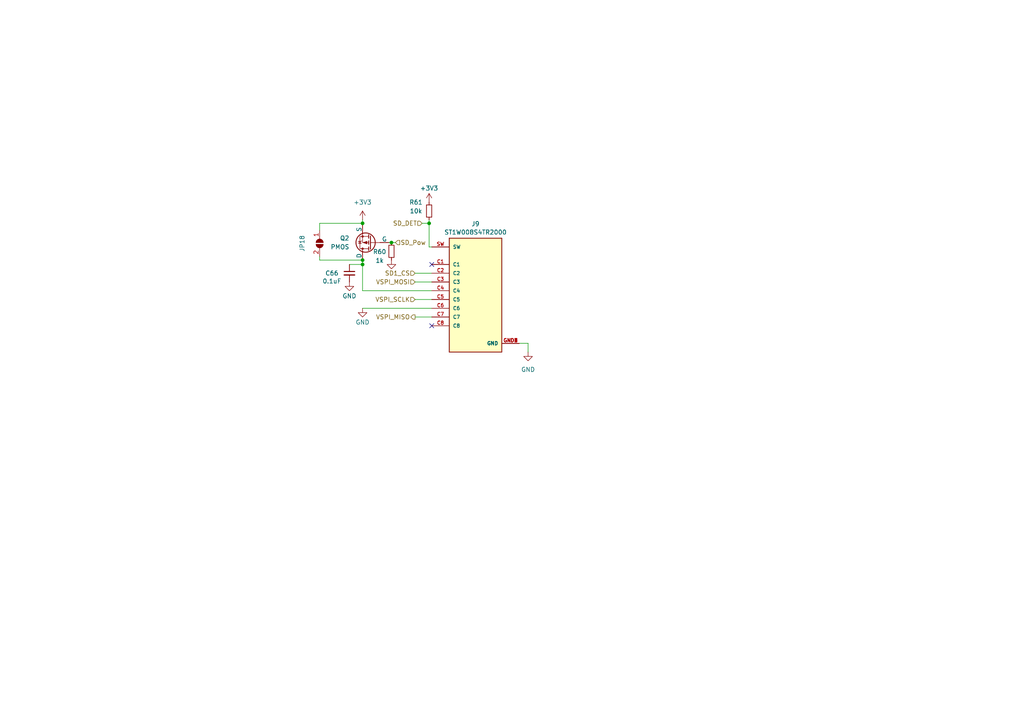
<source format=kicad_sch>
(kicad_sch (version 20250114) (generator "eeschema") (generator_version "9.0")
  (paper "A4")
  (lib_symbols
    (symbol "Device:C_Small" (pin_numbers (hide yes)) (pin_names (offset 0.254) (hide yes))
      (property "Reference" "C" (at 0.254 1.778 0))
      (property "Value" "C_Small" (at 0.254 -2.032 0))
      (symbol "C_Small_0_1"
        (polyline (pts (xy -1.524 0.508) (xy 1.524 0.508)) (stroke (width 0.3048)))
        (polyline (pts (xy -1.524 -0.508) (xy 1.524 -0.508)) (stroke (width 0.3302)))
      )
      (symbol "C_Small_1_1"
        (pin passive line (at 0 2.54 270) (length 2.032) (name "~") (number "1"))
        (pin passive line (at 0 -2.54 90) (length 2.032) (name "~") (number "2"))
      )
    )
    (symbol "Device:R_Small" (pin_numbers (hide yes)) (pin_names (offset 0.254) (hide yes))
      (property "Reference" "R" (at 0.762 0.508 0))
      (property "Value" "R_Small" (at 0.762 -1.016 0))
      (symbol "R_Small_0_1"
        (rectangle (start -0.762 1.778) (end 0.762 -1.778) (stroke (width 0.2032)))
      )
      (symbol "R_Small_1_1"
        (pin passive line (at 0 2.54 270) (length 0.762) (name "~") (number "1"))
        (pin passive line (at 0 -2.54 90) (length 0.762) (name "~") (number "2"))
      )
    )
    (symbol "Jumper:SolderJumper_2_Open" (pin_names (offset 0) (hide yes))
      (property "Reference" "JP" (at 0 2.032 0))
      (property "Value" "SolderJumper_2_Open" (at 0 -2.54 0))
      (symbol "SolderJumper_2_Open_0_1"
        (polyline (pts (xy -0.254 1.016) (xy -0.254 -1.016)))
        (arc (start -0.254 -1.016) (mid -1.2656 0) (end -0.254 1.016))
        (arc (start -0.254 -1.016) (mid -1.2656 0) (end -0.254 1.016) (fill (type outline)))
        (arc (start 0.254 1.016) (mid 1.2656 0) (end 0.254 -1.016))
        (arc (start 0.254 1.016) (mid 1.2656 0) (end 0.254 -1.016) (fill (type outline)))
        (polyline (pts (xy 0.254 1.016) (xy 0.254 -1.016)))
      )
      (symbol "SolderJumper_2_Open_1_1"
        (pin passive line (at -3.81 0 0) (length 2.54) (name "A") (number "1"))
        (pin passive line (at 3.81 0 180) (length 2.54) (name "B") (number "2"))
      )
    )
    (symbol "Simulation_SPICE:PMOS" (pin_numbers (hide yes)) (pin_names (offset 0))
      (property "Reference" "Q" (at 5.08 1.27 0))
      (property "Value" "PMOS" (at 5.08 -1.27 0))
      (symbol "PMOS_0_1"
        (polyline (pts (xy 0.254 1.905) (xy 0.254 -1.905)) (stroke (width 0.254)))
        (polyline (pts (xy 0.254 0) (xy -2.54 0)))
        (polyline (pts (xy 0.762 2.286) (xy 0.762 1.27)) (stroke (width 0.254)))
        (polyline (pts (xy 0.762 1.778) (xy 3.302 1.778) (xy 3.302 -1.778) (xy 0.762 -1.778)))
        (polyline (pts (xy 0.762 0.508) (xy 0.762 -0.508)) (stroke (width 0.254)))
        (polyline (pts (xy 0.762 -1.27) (xy 0.762 -2.286)) (stroke (width 0.254)))
        (circle (center 1.651 0) (radius 2.794) (stroke (width 0.254)))
        (polyline (pts (xy 2.286 0) (xy 1.27 0.381) (xy 1.27 -0.381) (xy 2.286 0)) (fill (type outline)))
        (polyline (pts (xy 2.54 2.54) (xy 2.54 1.778)))
        (circle (center 2.54 1.778) (radius 0.254) (fill (type outline)))
        (circle (center 2.54 -1.778) (radius 0.254) (fill (type outline)))
        (polyline (pts (xy 2.54 -2.54) (xy 2.54 0) (xy 0.762 0)))
        (polyline (pts (xy 2.794 -0.508) (xy 2.921 -0.381) (xy 3.683 -0.381) (xy 3.81 -0.254)))
        (polyline (pts (xy 3.302 -0.381) (xy 2.921 0.254) (xy 3.683 0.254) (xy 3.302 -0.381)))
      )
      (symbol "PMOS_1_1"
        (pin input line (at -5.08 0 0) (length 2.54) (name "G") (number "2"))
        (pin passive line (at 2.54 5.08 270) (length 2.54) (name "D") (number "1"))
        (pin passive line (at 2.54 -5.08 90) (length 2.54) (name "S") (number "3"))
      )
    )
    (symbol "iclr:ST1W008S4TR2000" (pin_names (offset 1.016))
      (property "Reference" "J" (at -7.62 16.002 0))
      (property "Value" "ST1W008S4TR2000" (at -7.62 -20.32 0))
      (symbol "ST1W008S4TR2000_0_0"
        (rectangle (start -7.62 -17.78) (end 7.62 15.24) (stroke (width 0.254)) (fill (type background)))
        (pin input line (at -12.7 12.7 0) (length 5.08) (name "SW") (number "SW"))
        (pin passive line (at -12.7 7.62 0) (length 5.08) (name "C1") (number "C1"))
        (pin passive line (at -12.7 5.08 0) (length 5.08) (name "C2") (number "C2"))
        (pin passive line (at -12.7 2.54 0) (length 5.08) (name "C3") (number "C3"))
        (pin passive line (at -12.7 0 0) (length 5.08) (name "C4") (number "C4"))
        (pin passive line (at -12.7 -2.54 0) (length 5.08) (name "C5") (number "C5"))
        (pin passive line (at -12.7 -5.08 0) (length 5.08) (name "C6") (number "C6"))
        (pin passive line (at -12.7 -7.62 0) (length 5.08) (name "C7") (number "C7"))
        (pin passive line (at -12.7 -10.16 0) (length 5.08) (name "C8") (number "C8"))
        (pin power_in line (at 12.7 -15.24 180) (length 5.08) (name "GND") (number "GND1"))
        (pin power_in line (at 12.7 -15.24 180) (length 5.08) (name "GND") (number "GND2"))
        (pin power_in line (at 12.7 -15.24 180) (length 5.08) (name "GND") (number "GND3"))
        (pin power_in line (at 12.7 -15.24 180) (length 5.08) (name "GND") (number "GND4"))
      )
    )
    (symbol "power:+3.3V" (power) (pin_names (offset 0))
      (property "Value" "+3.3V" (at 0 3.556 0))
      (symbol "+3.3V_0_1"
        (polyline (pts (xy -0.762 1.27) (xy 0 2.54)))
        (polyline (pts (xy 0 2.54) (xy 0.762 1.27)))
        (polyline (pts (xy 0 0) (xy 0 2.54)))
      )
      (symbol "+3.3V_1_1"
        (pin power_in line (at 0 0 90) (length 0) (hide yes) (name "+3V3") (number "1"))
      )
    )
    (symbol "power:GND" (power) (pin_names (offset 0))
      (property "Value" "GND" (at 0 -3.81 0))
      (symbol "GND_0_1"
        (polyline (pts (xy 0 0) (xy 0 -1.27) (xy 1.27 -1.27) (xy 0 -2.54) (xy -1.27 -1.27) (xy 0 -1.27)))
      )
      (symbol "GND_1_1"
        (pin power_in line (at 0 0 270) (length 0) (hide yes) (name "GND") (number "1"))
      )
    )
  )
  (junction (at 105.156 64.77))
  (junction (at 105.156 75.438))
  (junction (at 113.538 70.358))
  (junction (at 105.156 76.708))
  (junction (at 124.46 64.77))
  (no_connect (at 125.222 94.488))
  (no_connect (at 125.222 76.708))
  (wire (pts (xy 105.156 64.77) (xy 105.156 65.278)))
  (wire (pts (xy 120.396 79.248) (xy 125.222 79.248)))
  (wire (pts (xy 124.46 63.754) (xy 124.46 64.77)))
  (wire (pts (xy 105.156 75.438) (xy 105.156 76.708)))
  (wire (pts (xy 105.156 75.438) (xy 92.71 75.438)))
  (wire (pts (xy 120.396 81.788) (xy 125.222 81.788)))
  (wire (pts (xy 124.46 71.628) (xy 125.222 71.628)))
  (wire (pts (xy 150.622 99.568) (xy 153.162 99.568)))
  (wire (pts (xy 101.346 76.708) (xy 105.156 76.708)))
  (wire (pts (xy 122.428 64.77) (xy 124.46 64.77)))
  (wire (pts (xy 105.156 84.328) (xy 125.222 84.328)))
  (wire (pts (xy 112.776 70.358) (xy 113.538 70.358)))
  (wire (pts (xy 92.71 64.77) (xy 105.156 64.77)))
  (wire (pts (xy 120.396 91.948) (xy 125.222 91.948)))
  (wire (pts (xy 105.156 76.708) (xy 105.156 84.328)))
  (wire (pts (xy 153.162 99.568) (xy 153.162 102.108)))
  (wire (pts (xy 92.71 75.438) (xy 92.71 74.422)))
  (wire (pts (xy 105.156 89.408) (xy 125.222 89.408)))
  (wire (pts (xy 124.46 64.77) (xy 124.46 71.628)))
  (wire (pts (xy 120.396 86.868) (xy 125.222 86.868)))
  (wire (pts (xy 105.156 63.754) (xy 105.156 64.77)))
  (wire (pts (xy 113.538 70.358) (xy 114.681 70.358)))
  (wire (pts (xy 92.71 66.802) (xy 92.71 64.77)))
  (hierarchical_label "SD1_CS" (shape input) (at 120.396 79.248 180))
  (hierarchical_label "VSPI_SCLK" (shape input) (at 120.396 86.868 180))
  (hierarchical_label "VSPI_MOSI" (shape input) (at 120.396 81.788 180))
  (hierarchical_label "SD_Pow" (shape input) (at 114.681 70.358 0))
  (hierarchical_label "SD_DET" (shape input) (at 122.428 64.77 180))
  (hierarchical_label "VSPI_MISO" (shape output) (at 120.396 91.948 180))
  (symbol (lib_id "Jumper:SolderJumper_2_Open") (at 92.71 70.612 270) (unit 1)
    (property "Reference" "JP18" (at 87.63 70.612 0))
    (property "Value" "SolderJumper_2_Open" (effects (hide yes)))
    (property "Footprint" "iclr:SmallerSolderJP" (effects (hide yes)))
  )
  (symbol (lib_id "Device:C_Small") (at 101.346 79.248 0) (unit 1)
    (property "Reference" "C66" (at 96.266 79.248 0))
    (property "Value" "0.1uF" (at 96.266 81.5594 0))
    (property "Footprint" "Capacitor_SMD:C_0402_1005Metric" (effects (hide yes)))
  )
  (symbol (lib_id "power:GND") (at 105.156 89.408 0) (unit 1)
    (property "Reference" "#PWR0127" (effects (hide yes)))
    (property "Value" "GND" (at 105.156 93.472 0))
  )
  (symbol (lib_id "Simulation_SPICE:PMOS") (at 107.696 70.358 180) (unit 1)
    (property "Reference" "Q2" (at 101.346 69.088 0) (effects (justify left)))
    (property "Value" "PMOS" (at 101.346 71.628 0) (effects (justify left)))
    (property "Footprint" "Package_TO_SOT_SMD:SOT-23" (effects (hide yes)))
    (property "Datasheet" "https://ngspice.sourceforge.io/docs/ngspice-manual.pdf" (effects (hide yes)))
    (property "Sim.Device" "PMOS" (effects (hide yes)))
    (property "Sim.Type" "VDMOS" (effects (hide yes)))
    (property "Sim.Pins" "1=D 2=G 3=S" (effects (hide yes)))
    (property "MPN" " DMP3099L" (effects (hide yes)))
  )
  (symbol (lib_id "power:+3.3V") (at 124.46 58.674 0) (unit 1)
    (property "Reference" "#PWR0129" (effects (hide yes)))
    (property "Value" "+3V3" (at 124.46 54.61 0))
  )
  (symbol (lib_id "power:+3.3V") (at 105.156 63.754 0) (unit 1)
    (property "Reference" "#PWR0126" (effects (hide yes)))
    (property "Value" "+3V3" (at 105.156 58.674 0))
  )
  (symbol (lib_id "Device:R_Small") (at 113.538 72.898 180) (unit 1)
    (property "Reference" "R60" (at 110.109 73.0281 0))
    (property "Value" "1k" (at 110.109 75.565 0))
    (property "Footprint" "Resistor_SMD:R_0402_1005Metric" (effects (hide yes)))
  )
  (symbol (lib_id "Device:R_Small") (at 124.46 61.214 180) (unit 1)
    (property "Reference" "R61" (at 120.65 58.674 0))
    (property "Value" "10k" (at 120.65 61.214 0))
    (property "Footprint" "Resistor_SMD:R_0402_1005Metric" (effects (hide yes)))
  )
  (symbol (lib_id "iclr:ST1W008S4TR2000") (at 137.922 84.328 0) (unit 1)
    (property "Reference" "J9" (at 137.922 64.9435 0))
    (property "Value" "ST1W008S4TR2000" (at 137.922 67.3678 0))
    (property "Footprint" "iclr:JAE_ST1W008S4TR2000" (effects (hide yes)))
    (property "MF" "JAE Electronics" (effects (hide yes)))
    (property "MAXIMUM_PACKAGE_HEIGHT" "1.5 mm" (effects (hide yes)))
    (property "Package" "None" (effects (hide yes)))
    (property "Price" "None" (effects (hide yes)))
    (property "Check_prices" "https://www.snapeda.com/parts/ST1W008S4TR2000/JAE+Electronics/view-part/?ref=eda" (effects (hide yes)))
    (property "STANDARD" "Manufacturer Recommendations" (effects (hide yes)))
    (property "PARTREV" "1" (effects (hide yes)))
    (property "SnapEDA_Link" "https://www.snapeda.com/parts/ST1W008S4TR2000/JAE+Electronics/view-part/?ref=snap" (effects (hide yes)))
    (property "MP" "ST1W008S4TR2000" (effects (hide yes)))
    (property "Purchase-URL" "https://www.snapeda.com/api/url_track_click_mouser/?unipart_id=501060&manufacturer=JAE Electronics&part_name=ST1W008S4TR2000&search_term=st1w008s4tr2000" (effects (hide yes)))
    (property "Description_1" "\nmicroSD memory card connector, 8 contacts, hinge type, soldering (SMT) | JAE Electronics Inc. ST1W008S4TR2000\n" (effects (hide yes)))
    (property "Availability" "In Stock" (effects (hide yes)))
    (property "MANUFACTURER" "JAE Electronics" (effects (hide yes)))
  )
  (symbol (lib_id "power:GND") (at 113.538 75.438 0) (unit 1)
    (property "Reference" "#PWR0128" (effects (hide yes)))
    (property "Value" "GND" (effects (hide yes)))
  )
  (symbol (lib_id "power:GND") (at 153.162 102.108 0) (unit 1)
    (property "Reference" "#PWR0130" (effects (hide yes)))
    (property "Value" "GND" (at 153.162 107.188 0))
  )
  (symbol (lib_id "power:GND") (at 101.346 81.788 0) (unit 1)
    (property "Reference" "#PWR051" (effects (hide yes)))
    (property "Value" "GND" (at 101.346 85.852 0))
  )
)
</source>
